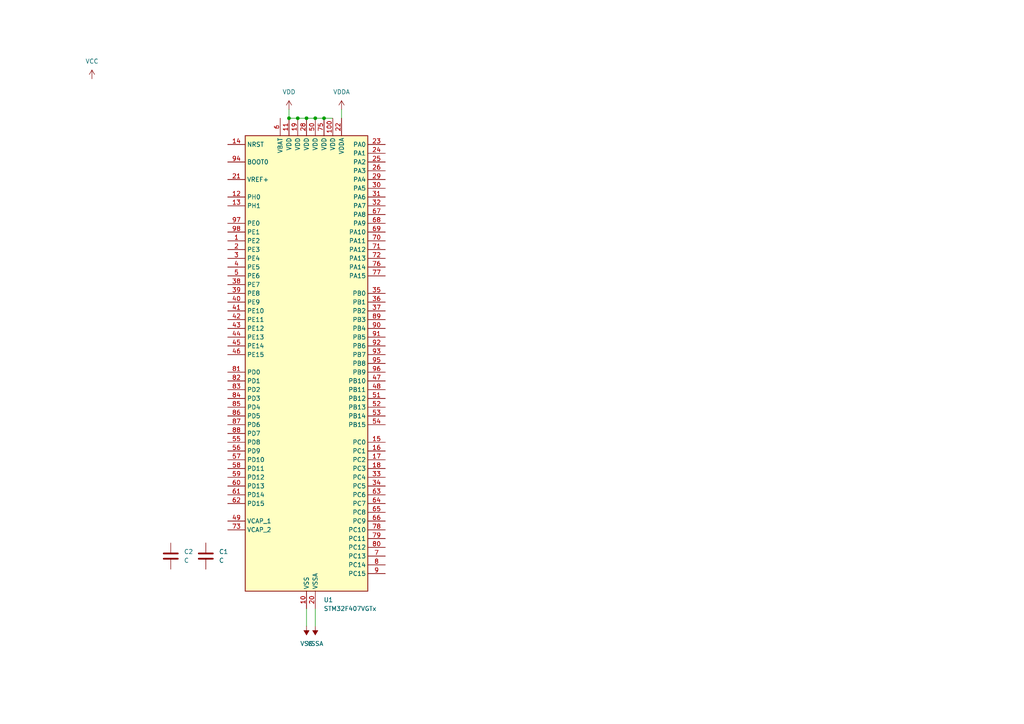
<source format=kicad_sch>
(kicad_sch (version 20230121) (generator eeschema)
  (paper "A4")
  (lib_symbols
    (symbol "Device:C" (pin_numbers hide) (pin_names (offset 0.254))
      (property "Reference" "C" (at 0.635 2.54 0))
      (property "Value" "C" (at 0.635 -2.54 0))
      (symbol "C_0_1"
        (polyline (pts (xy -2.032 -0.762) (xy 2.032 -0.762)) (stroke (width 0.508)))
        (polyline (pts (xy -2.032 0.762) (xy 2.032 0.762)) (stroke (width 0.508)))
      )
      (symbol "C_1_1"
        (pin passive line (at 0 3.81 270) (length 2.794) (name "~") (number "1"))
        (pin passive line (at 0 -3.81 90) (length 2.794) (name "~") (number "2"))
      )
    )
    (symbol "MCU_ST_STM32F4:STM32F407VGTx"
      (property "Reference" "U" (at -17.78 67.31 0))
      (property "Value" "STM32F407VGTx" (at 12.7 67.31 0))
      (symbol "STM32F407VGTx_0_1"
        (rectangle (start -17.78 -66.04) (end 17.78 66.04) (stroke (width 0.254)) (fill (type background)))
      )
      (symbol "STM32F407VGTx_1_1"
        (pin bidirectional line (at -22.86 35.56 0) (length 5.08) (name "PE2") (number "1"))
        (pin power_in line (at 0 -71.12 90) (length 5.08) (name "VSS") (number "10"))
        (pin power_in line (at 7.62 71.12 270) (length 5.08) (name "VDD") (number "100"))
        (pin power_in line (at -5.08 71.12 270) (length 5.08) (name "VDD") (number "11"))
        (pin bidirectional line (at -22.86 48.26 0) (length 5.08) (name "PH0") (number "12"))
        (pin bidirectional line (at -22.86 45.72 0) (length 5.08) (name "PH1") (number "13"))
        (pin input line (at -22.86 63.5 0) (length 5.08) (name "NRST") (number "14"))
        (pin bidirectional line (at 22.86 -22.86 180) (length 5.08) (name "PC0") (number "15"))
        (pin bidirectional line (at 22.86 -25.4 180) (length 5.08) (name "PC1") (number "16"))
        (pin bidirectional line (at 22.86 -27.94 180) (length 5.08) (name "PC2") (number "17"))
        (pin bidirectional line (at 22.86 -30.48 180) (length 5.08) (name "PC3") (number "18"))
        (pin power_in line (at -2.54 71.12 270) (length 5.08) (name "VDD") (number "19"))
        (pin bidirectional line (at -22.86 33.02 0) (length 5.08) (name "PE3") (number "2"))
        (pin power_in line (at 2.54 -71.12 90) (length 5.08) (name "VSSA") (number "20"))
        (pin input line (at -22.86 53.34 0) (length 5.08) (name "VREF+") (number "21"))
        (pin power_in line (at 10.16 71.12 270) (length 5.08) (name "VDDA") (number "22"))
        (pin bidirectional line (at 22.86 63.5 180) (length 5.08) (name "PA0") (number "23"))
        (pin bidirectional line (at 22.86 60.96 180) (length 5.08) (name "PA1") (number "24"))
        (pin bidirectional line (at 22.86 58.42 180) (length 5.08) (name "PA2") (number "25"))
        (pin bidirectional line (at 22.86 55.88 180) (length 5.08) (name "PA3") (number "26"))
        (pin passive line (at 0 -71.12 90) (length 5.08) hide (name "VSS") (number "27"))
        (pin power_in line (at 0 71.12 270) (length 5.08) (name "VDD") (number "28"))
        (pin bidirectional line (at 22.86 53.34 180) (length 5.08) (name "PA4") (number "29"))
        (pin bidirectional line (at -22.86 30.48 0) (length 5.08) (name "PE4") (number "3"))
        (pin bidirectional line (at 22.86 50.8 180) (length 5.08) (name "PA5") (number "30"))
        (pin bidirectional line (at 22.86 48.26 180) (length 5.08) (name "PA6") (number "31"))
        (pin bidirectional line (at 22.86 45.72 180) (length 5.08) (name "PA7") (number "32"))
        (pin bidirectional line (at 22.86 -33.02 180) (length 5.08) (name "PC4") (number "33"))
        (pin bidirectional line (at 22.86 -35.56 180) (length 5.08) (name "PC5") (number "34"))
        (pin bidirectional line (at 22.86 20.32 180) (length 5.08) (name "PB0") (number "35"))
        (pin bidirectional line (at 22.86 17.78 180) (length 5.08) (name "PB1") (number "36"))
        (pin bidirectional line (at 22.86 15.24 180) (length 5.08) (name "PB2") (number "37"))
        (pin bidirectional line (at -22.86 22.86 0) (length 5.08) (name "PE7") (number "38"))
        (pin bidirectional line (at -22.86 20.32 0) (length 5.08) (name "PE8") (number "39"))
        (pin bidirectional line (at -22.86 27.94 0) (length 5.08) (name "PE5") (number "4"))
        (pin bidirectional line (at -22.86 17.78 0) (length 5.08) (name "PE9") (number "40"))
        (pin bidirectional line (at -22.86 15.24 0) (length 5.08) (name "PE10") (number "41"))
        (pin bidirectional line (at -22.86 12.7 0) (length 5.08) (name "PE11") (number "42"))
        (pin bidirectional line (at -22.86 10.16 0) (length 5.08) (name "PE12") (number "43"))
        (pin bidirectional line (at -22.86 7.62 0) (length 5.08) (name "PE13") (number "44"))
        (pin bidirectional line (at -22.86 5.08 0) (length 5.08) (name "PE14") (number "45"))
        (pin bidirectional line (at -22.86 2.54 0) (length 5.08) (name "PE15") (number "46"))
        (pin bidirectional line (at 22.86 -5.08 180) (length 5.08) (name "PB10") (number "47"))
        (pin bidirectional line (at 22.86 -7.62 180) (length 5.08) (name "PB11") (number "48"))
        (pin power_out line (at -22.86 -45.72 0) (length 5.08) (name "VCAP_1") (number "49"))
        (pin bidirectional line (at -22.86 25.4 0) (length 5.08) (name "PE6") (number "5"))
        (pin power_in line (at 2.54 71.12 270) (length 5.08) (name "VDD") (number "50"))
        (pin bidirectional line (at 22.86 -10.16 180) (length 5.08) (name "PB12") (number "51"))
        (pin bidirectional line (at 22.86 -12.7 180) (length 5.08) (name "PB13") (number "52"))
        (pin bidirectional line (at 22.86 -15.24 180) (length 5.08) (name "PB14") (number "53"))
        (pin bidirectional line (at 22.86 -17.78 180) (length 5.08) (name "PB15") (number "54"))
        (pin bidirectional line (at -22.86 -22.86 0) (length 5.08) (name "PD8") (number "55"))
        (pin bidirectional line (at -22.86 -25.4 0) (length 5.08) (name "PD9") (number "56"))
        (pin bidirectional line (at -22.86 -27.94 0) (length 5.08) (name "PD10") (number "57"))
        (pin bidirectional line (at -22.86 -30.48 0) (length 5.08) (name "PD11") (number "58"))
        (pin bidirectional line (at -22.86 -33.02 0) (length 5.08) (name "PD12") (number "59"))
        (pin power_in line (at -7.62 71.12 270) (length 5.08) (name "VBAT") (number "6"))
        (pin bidirectional line (at -22.86 -35.56 0) (length 5.08) (name "PD13") (number "60"))
        (pin bidirectional line (at -22.86 -38.1 0) (length 5.08) (name "PD14") (number "61"))
        (pin bidirectional line (at -22.86 -40.64 0) (length 5.08) (name "PD15") (number "62"))
        (pin bidirectional line (at 22.86 -38.1 180) (length 5.08) (name "PC6") (number "63"))
        (pin bidirectional line (at 22.86 -40.64 180) (length 5.08) (name "PC7") (number "64"))
        (pin bidirectional line (at 22.86 -43.18 180) (length 5.08) (name "PC8") (number "65"))
        (pin bidirectional line (at 22.86 -45.72 180) (length 5.08) (name "PC9") (number "66"))
        (pin bidirectional line (at 22.86 43.18 180) (length 5.08) (name "PA8") (number "67"))
        (pin bidirectional line (at 22.86 40.64 180) (length 5.08) (name "PA9") (number "68"))
        (pin bidirectional line (at 22.86 38.1 180) (length 5.08) (name "PA10") (number "69"))
        (pin bidirectional line (at 22.86 -55.88 180) (length 5.08) (name "PC13") (number "7"))
        (pin bidirectional line (at 22.86 35.56 180) (length 5.08) (name "PA11") (number "70"))
        (pin bidirectional line (at 22.86 33.02 180) (length 5.08) (name "PA12") (number "71"))
        (pin bidirectional line (at 22.86 30.48 180) (length 5.08) (name "PA13") (number "72"))
        (pin power_out line (at -22.86 -48.26 0) (length 5.08) (name "VCAP_2") (number "73"))
        (pin passive line (at 0 -71.12 90) (length 5.08) hide (name "VSS") (number "74"))
        (pin power_in line (at 5.08 71.12 270) (length 5.08) (name "VDD") (number "75"))
        (pin bidirectional line (at 22.86 27.94 180) (length 5.08) (name "PA14") (number "76"))
        (pin bidirectional line (at 22.86 25.4 180) (length 5.08) (name "PA15") (number "77"))
        (pin bidirectional line (at 22.86 -48.26 180) (length 5.08) (name "PC10") (number "78"))
        (pin bidirectional line (at 22.86 -50.8 180) (length 5.08) (name "PC11") (number "79"))
        (pin bidirectional line (at 22.86 -58.42 180) (length 5.08) (name "PC14") (number "8"))
        (pin bidirectional line (at 22.86 -53.34 180) (length 5.08) (name "PC12") (number "80"))
        (pin bidirectional line (at -22.86 -2.54 0) (length 5.08) (name "PD0") (number "81"))
        (pin bidirectional line (at -22.86 -5.08 0) (length 5.08) (name "PD1") (number "82"))
        (pin bidirectional line (at -22.86 -7.62 0) (length 5.08) (name "PD2") (number "83"))
        (pin bidirectional line (at -22.86 -10.16 0) (length 5.08) (name "PD3") (number "84"))
        (pin bidirectional line (at -22.86 -12.7 0) (length 5.08) (name "PD4") (number "85"))
        (pin bidirectional line (at -22.86 -15.24 0) (length 5.08) (name "PD5") (number "86"))
        (pin bidirectional line (at -22.86 -17.78 0) (length 5.08) (name "PD6") (number "87"))
        (pin bidirectional line (at -22.86 -20.32 0) (length 5.08) (name "PD7") (number "88"))
        (pin bidirectional line (at 22.86 12.7 180) (length 5.08) (name "PB3") (number "89"))
        (pin bidirectional line (at 22.86 -60.96 180) (length 5.08) (name "PC15") (number "9"))
        (pin bidirectional line (at 22.86 10.16 180) (length 5.08) (name "PB4") (number "90"))
        (pin bidirectional line (at 22.86 7.62 180) (length 5.08) (name "PB5") (number "91"))
        (pin bidirectional line (at 22.86 5.08 180) (length 5.08) (name "PB6") (number "92"))
        (pin bidirectional line (at 22.86 2.54 180) (length 5.08) (name "PB7") (number "93"))
        (pin input line (at -22.86 58.42 0) (length 5.08) (name "BOOT0") (number "94"))
        (pin bidirectional line (at 22.86 0 180) (length 5.08) (name "PB8") (number "95"))
        (pin bidirectional line (at 22.86 -2.54 180) (length 5.08) (name "PB9") (number "96"))
        (pin bidirectional line (at -22.86 40.64 0) (length 5.08) (name "PE0") (number "97"))
        (pin bidirectional line (at -22.86 38.1 0) (length 5.08) (name "PE1") (number "98"))
        (pin passive line (at 0 -71.12 90) (length 5.08) hide (name "VSS") (number "99"))
      )
    )
    (symbol "power:VCC" (power) (pin_names (offset 0))
      (property "Value" "VCC" (at 0 3.81 0))
      (symbol "VCC_0_1"
        (polyline (pts (xy -0.762 1.27) (xy 0 2.54)))
        (polyline (pts (xy 0 0) (xy 0 2.54)))
        (polyline (pts (xy 0 2.54) (xy 0.762 1.27)))
      )
      (symbol "VCC_1_1"
        (pin power_in line (at 0 0 90) (length 0) hide (name "VCC") (number "1"))
      )
    )
    (symbol "power:VDD" (power) (pin_names (offset 0))
      (property "Value" "VDD" (at 0 3.81 0))
      (symbol "VDD_0_1"
        (polyline (pts (xy -0.762 1.27) (xy 0 2.54)))
        (polyline (pts (xy 0 0) (xy 0 2.54)))
        (polyline (pts (xy 0 2.54) (xy 0.762 1.27)))
      )
      (symbol "VDD_1_1"
        (pin power_in line (at 0 0 90) (length 0) hide (name "VDD") (number "1"))
      )
    )
    (symbol "power:VDDA" (power) (pin_names (offset 0))
      (property "Value" "VDDA" (at 0 3.81 0))
      (symbol "VDDA_0_1"
        (polyline (pts (xy -0.762 1.27) (xy 0 2.54)))
        (polyline (pts (xy 0 0) (xy 0 2.54)))
        (polyline (pts (xy 0 2.54) (xy 0.762 1.27)))
      )
      (symbol "VDDA_1_1"
        (pin power_in line (at 0 0 90) (length 0) hide (name "VDDA") (number "1"))
      )
    )
    (symbol "power:VSS" (power) (pin_names (offset 0))
      (property "Value" "VSS" (at 0 3.81 0))
      (symbol "VSS_0_1"
        (polyline (pts (xy 0 0) (xy 0 2.54)))
        (polyline (pts (xy 0.762 1.27) (xy -0.762 1.27) (xy 0 2.54) (xy 0.762 1.27)) (fill (type outline)))
      )
      (symbol "VSS_1_1"
        (pin power_in line (at 0 0 90) (length 0) hide (name "VSS") (number "1"))
      )
    )
    (symbol "power:VSSA" (power) (pin_names (offset 0))
      (property "Value" "VSSA" (at 0 3.81 0))
      (symbol "VSSA_0_1"
        (polyline (pts (xy 0 0) (xy 0 2.54)))
        (polyline (pts (xy 0.762 1.27) (xy -0.762 1.27) (xy 0 2.54) (xy 0.762 1.27)) (fill (type outline)))
      )
      (symbol "VSSA_1_1"
        (pin power_in line (at 0 0 90) (length 0) hide (name "VSSA") (number "1"))
      )
    )
  )
  (junction (at 93.98 34.29))
  (junction (at 83.82 34.29))
  (junction (at 86.36 34.29))
  (junction (at 88.9 34.29))
  (junction (at 91.44 34.29))
  (wire (pts (xy 88.9 176.53) (xy 88.9 181.61)))
  (wire (pts (xy 83.82 31.75) (xy 83.82 34.29)))
  (wire (pts (xy 99.06 31.75) (xy 99.06 34.29)))
  (wire (pts (xy 86.36 34.29) (xy 88.9 34.29)))
  (wire (pts (xy 88.9 34.29) (xy 91.44 34.29)))
  (wire (pts (xy 91.44 176.53) (xy 91.44 181.61)))
  (wire (pts (xy 91.44 34.29) (xy 93.98 34.29)))
  (wire (pts (xy 93.98 34.29) (xy 96.52 34.29)))
  (wire (pts (xy 83.82 34.29) (xy 86.36 34.29)))
  (symbol (lib_id "power:VSS") (at 88.9 181.61 180) (unit 1)
    (property "Reference" "#PWR03" (effects hide))
    (property "Value" "VSS" (at 88.9 186.69 0))
  )
  (symbol (lib_id "MCU_ST_STM32F4:STM32F407VGTx") (at 88.9 105.41 0) (unit 1)
    (property "Reference" "U1" (at 93.8656 173.99 0) (effects (justify left)))
    (property "Value" "STM32F407VGTx" (at 93.8656 176.53 0) (effects (justify left)))
    (property "Footprint" "Package_QFP:LQFP-100_14x14mm_P0.5mm" (effects hide))
    (property "Datasheet" "https://www.st.com/resource/en/datasheet/stm32f407vg.pdf" (effects hide))
  )
  (symbol (lib_id "power:VCC") (at 26.67 22.86 0) (unit 1)
    (property "Reference" "#PWR01" (effects hide))
    (property "Value" "VCC" (at 26.67 17.78 0))
  )
  (symbol (lib_id "Device:C") (at 59.69 161.29 0) (unit 1)
    (property "Reference" "C1" (at 63.5 160.0199 0) (effects (justify left)))
    (property "Value" "C" (at 63.5 162.5599 0) (effects (justify left)))
    (property "Footprint" "Capacitor_SMD:C_0603_1608Metric_Pad1.08x0.95mm_HandSolder" (effects hide))
  )
  (symbol (lib_id "power:VSSA") (at 91.44 181.61 180) (unit 1)
    (property "Reference" "#PWR04" (effects hide))
    (property "Value" "VSSA" (at 91.44 186.69 0))
  )
  (symbol (lib_id "Device:C") (at 49.53 161.29 0) (unit 1)
    (property "Reference" "C2" (at 53.34 160.0199 0) (effects (justify left)))
    (property "Value" "C" (at 53.34 162.5599 0) (effects (justify left)))
    (property "Footprint" "Capacitor_SMD:C_0603_1608Metric_Pad1.08x0.95mm_HandSolder" (effects hide))
  )
  (symbol (lib_id "power:VDD") (at 83.82 31.75 0) (unit 1)
    (property "Reference" "#PWR02" (effects hide))
    (property "Value" "VDD" (at 83.82 26.67 0))
  )
  (symbol (lib_id "power:VDDA") (at 99.06 31.75 0) (unit 1)
    (property "Reference" "#PWR05" (effects hide))
    (property "Value" "VDDA" (at 99.06 26.67 0))
  )
)
</source>
